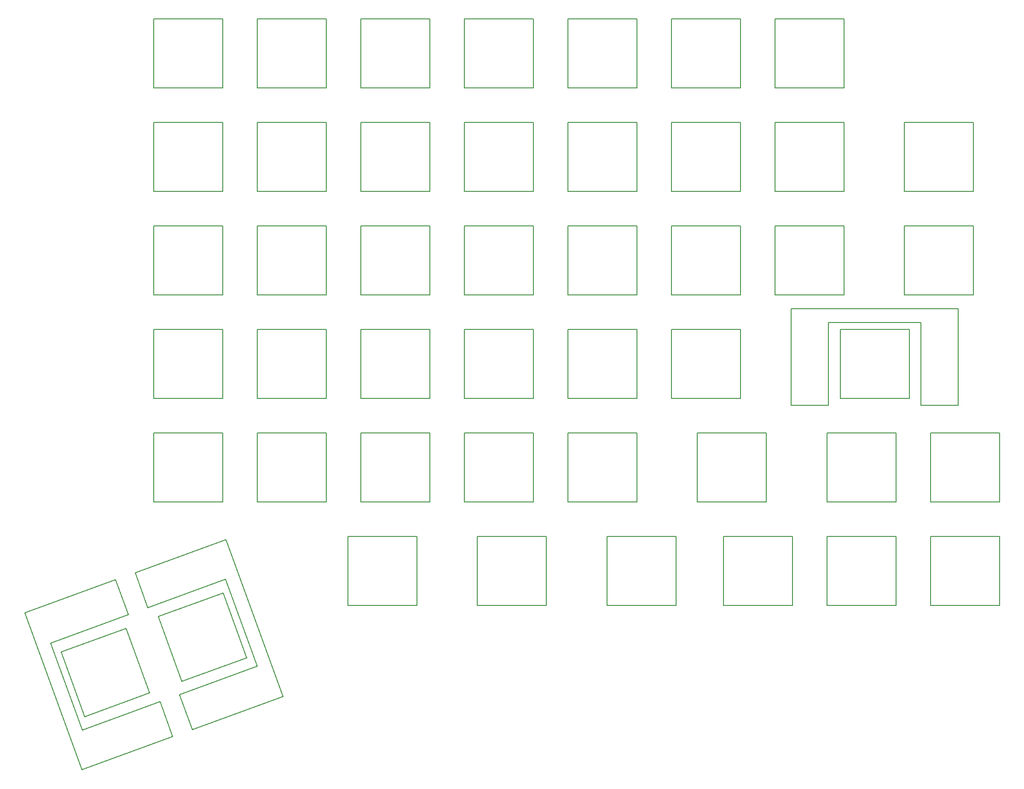
<source format=gbr>
G04 #@! TF.GenerationSoftware,KiCad,Pcbnew,(5.1.6)-1*
G04 #@! TF.CreationDate,2020-11-25T22:12:28-08:00*
G04 #@! TF.ProjectId,ortho_right,6f727468-6f5f-4726-9967-68742e6b6963,rev?*
G04 #@! TF.SameCoordinates,Original*
G04 #@! TF.FileFunction,Other,Comment*
%FSLAX46Y46*%
G04 Gerber Fmt 4.6, Leading zero omitted, Abs format (unit mm)*
G04 Created by KiCad (PCBNEW (5.1.6)-1) date 2020-11-25 22:12:28*
%MOMM*%
%LPD*%
G01*
G04 APERTURE LIST*
%ADD10C,0.152400*%
G04 APERTURE END LIST*
D10*
X349038600Y-70802500D02*
X349038600Y-88582500D01*
X355896600Y-73342500D02*
X372914600Y-73342500D01*
X372914600Y-73342500D02*
X372914600Y-88582500D01*
X355896600Y-88582500D02*
X355896600Y-73342500D01*
X379772600Y-88582500D02*
X379772600Y-70802500D01*
X379772600Y-70802500D02*
X349038600Y-70802500D01*
X349038600Y-88582500D02*
X355896600Y-88582500D01*
X372914600Y-88582500D02*
X379772600Y-88582500D01*
X370755600Y-87312500D02*
X358055600Y-87312500D01*
X358055600Y-87312500D02*
X358055600Y-74612500D01*
X358055600Y-74612500D02*
X370755600Y-74612500D01*
X370755600Y-74612500D02*
X370755600Y-87312500D01*
X248886406Y-134982698D02*
X236952310Y-139326354D01*
X244542750Y-123048602D02*
X248886406Y-134982698D01*
X232608654Y-127392258D02*
X244542750Y-123048602D01*
X236952310Y-139326354D02*
X232608654Y-127392258D01*
X236497322Y-141789516D02*
X238842896Y-148233928D01*
X228331249Y-119353415D02*
X230676823Y-125797827D01*
X255550631Y-142152810D02*
X245038983Y-113272297D01*
X238842896Y-148233928D02*
X255550631Y-142152810D01*
X230676823Y-125797827D02*
X244997738Y-120585440D01*
X250818237Y-136577129D02*
X236497322Y-141789516D01*
X244997738Y-120585440D02*
X250818237Y-136577129D01*
X245038983Y-113272297D02*
X228331249Y-119353415D01*
X214707510Y-133907742D02*
X226641606Y-129564086D01*
X219051166Y-145841838D02*
X214707510Y-133907742D01*
X230985262Y-141498182D02*
X219051166Y-145841838D01*
X226641606Y-129564086D02*
X230985262Y-141498182D01*
X227096594Y-127100924D02*
X224751020Y-120656512D01*
X235262667Y-149537025D02*
X232917093Y-143092613D01*
X208043285Y-126737630D02*
X218554933Y-155618143D01*
X224751020Y-120656512D02*
X208043285Y-126737630D01*
X232917093Y-143092613D02*
X218596178Y-148305000D01*
X212775679Y-132313311D02*
X227096594Y-127100924D01*
X218596178Y-148305000D02*
X212775679Y-132313311D01*
X218554933Y-155618143D02*
X235262667Y-149537025D01*
X387350000Y-93662500D02*
X387350000Y-106362500D01*
X374650000Y-93662500D02*
X387350000Y-93662500D01*
X374650000Y-106362500D02*
X374650000Y-93662500D01*
X387350000Y-106362500D02*
X374650000Y-106362500D01*
X368300000Y-93662500D02*
X368300000Y-106362500D01*
X355600000Y-93662500D02*
X368300000Y-93662500D01*
X355600000Y-106362500D02*
X355600000Y-93662500D01*
X368300000Y-106362500D02*
X355600000Y-106362500D01*
X344488000Y-93662500D02*
X344488000Y-106362500D01*
X331788000Y-93662500D02*
X344488000Y-93662500D01*
X331788000Y-106362500D02*
X331788000Y-93662500D01*
X344488000Y-106362500D02*
X331788000Y-106362500D01*
X358775000Y-17462500D02*
X358775000Y-30162500D01*
X346075000Y-17462500D02*
X358775000Y-17462500D01*
X346075000Y-30162500D02*
X346075000Y-17462500D01*
X358775000Y-30162500D02*
X346075000Y-30162500D01*
X387350000Y-112712500D02*
X387350000Y-125412500D01*
X374650000Y-112712500D02*
X387350000Y-112712500D01*
X374650000Y-125412500D02*
X374650000Y-112712500D01*
X387350000Y-125412500D02*
X374650000Y-125412500D01*
X368300000Y-112712500D02*
X368300000Y-125412500D01*
X355600000Y-112712500D02*
X368300000Y-112712500D01*
X355600000Y-125412500D02*
X355600000Y-112712500D01*
X368300000Y-125412500D02*
X355600000Y-125412500D01*
X349250000Y-112712500D02*
X349250000Y-125412500D01*
X336550000Y-112712500D02*
X349250000Y-112712500D01*
X336550000Y-125412500D02*
X336550000Y-112712500D01*
X349250000Y-125412500D02*
X336550000Y-125412500D01*
X327818500Y-125412500D02*
X315118500Y-125412500D01*
X315118500Y-125412500D02*
X315118500Y-112712500D01*
X315118500Y-112712500D02*
X327818500Y-112712500D01*
X327818500Y-112712500D02*
X327818500Y-125412500D01*
X244475000Y-93662500D02*
X244475000Y-106362500D01*
X231775000Y-93662500D02*
X244475000Y-93662500D01*
X231775000Y-106362500D02*
X231775000Y-93662500D01*
X244475000Y-106362500D02*
X231775000Y-106362500D01*
X244475000Y-74612500D02*
X244475000Y-87312500D01*
X231775000Y-74612500D02*
X244475000Y-74612500D01*
X231775000Y-87312500D02*
X231775000Y-74612500D01*
X244475000Y-87312500D02*
X231775000Y-87312500D01*
X382588000Y-55562500D02*
X382588000Y-68262500D01*
X369888000Y-55562500D02*
X382588000Y-55562500D01*
X369888000Y-68262500D02*
X369888000Y-55562500D01*
X382588000Y-68262500D02*
X369888000Y-68262500D01*
X244475000Y-55562500D02*
X244475000Y-68262500D01*
X231775000Y-55562500D02*
X244475000Y-55562500D01*
X231775000Y-68262500D02*
X231775000Y-55562500D01*
X244475000Y-68262500D02*
X231775000Y-68262500D01*
X382588000Y-36512500D02*
X382588000Y-49212500D01*
X369888000Y-36512500D02*
X382588000Y-36512500D01*
X369888000Y-49212500D02*
X369888000Y-36512500D01*
X382588000Y-49212500D02*
X369888000Y-49212500D01*
X244475000Y-36512500D02*
X244475000Y-49212500D01*
X231775000Y-36512500D02*
X244475000Y-36512500D01*
X231775000Y-49212500D02*
X231775000Y-36512500D01*
X244475000Y-49212500D02*
X231775000Y-49212500D01*
X244475000Y-17462500D02*
X244475000Y-30162500D01*
X231775000Y-17462500D02*
X244475000Y-17462500D01*
X231775000Y-30162500D02*
X231775000Y-17462500D01*
X244475000Y-30162500D02*
X231775000Y-30162500D01*
X304006000Y-125412500D02*
X291306000Y-125412500D01*
X291306000Y-125412500D02*
X291306000Y-112712500D01*
X291306000Y-112712500D02*
X304006000Y-112712500D01*
X304006000Y-112712500D02*
X304006000Y-125412500D01*
X280193500Y-125412500D02*
X267493500Y-125412500D01*
X267493500Y-125412500D02*
X267493500Y-112712500D01*
X267493500Y-112712500D02*
X280193500Y-112712500D01*
X280193500Y-112712500D02*
X280193500Y-125412500D01*
X320675000Y-93662500D02*
X320675000Y-106362500D01*
X307975000Y-93662500D02*
X320675000Y-93662500D01*
X307975000Y-106362500D02*
X307975000Y-93662500D01*
X320675000Y-106362500D02*
X307975000Y-106362500D01*
X301625000Y-93662500D02*
X301625000Y-106362500D01*
X288925000Y-93662500D02*
X301625000Y-93662500D01*
X288925000Y-106362500D02*
X288925000Y-93662500D01*
X301625000Y-106362500D02*
X288925000Y-106362500D01*
X282575000Y-93662500D02*
X282575000Y-106362500D01*
X269875000Y-93662500D02*
X282575000Y-93662500D01*
X269875000Y-106362500D02*
X269875000Y-93662500D01*
X282575000Y-106362500D02*
X269875000Y-106362500D01*
X263525000Y-93662500D02*
X263525000Y-106362500D01*
X250825000Y-93662500D02*
X263525000Y-93662500D01*
X250825000Y-106362500D02*
X250825000Y-93662500D01*
X263525000Y-106362500D02*
X250825000Y-106362500D01*
X339725000Y-74612500D02*
X339725000Y-87312500D01*
X327025000Y-74612500D02*
X339725000Y-74612500D01*
X327025000Y-87312500D02*
X327025000Y-74612500D01*
X339725000Y-87312500D02*
X327025000Y-87312500D01*
X320675000Y-74612500D02*
X320675000Y-87312500D01*
X307975000Y-74612500D02*
X320675000Y-74612500D01*
X307975000Y-87312500D02*
X307975000Y-74612500D01*
X320675000Y-87312500D02*
X307975000Y-87312500D01*
X301625000Y-74612500D02*
X301625000Y-87312500D01*
X288925000Y-74612500D02*
X301625000Y-74612500D01*
X288925000Y-87312500D02*
X288925000Y-74612500D01*
X301625000Y-87312500D02*
X288925000Y-87312500D01*
X282575000Y-74612500D02*
X282575000Y-87312500D01*
X269875000Y-74612500D02*
X282575000Y-74612500D01*
X269875000Y-87312500D02*
X269875000Y-74612500D01*
X282575000Y-87312500D02*
X269875000Y-87312500D01*
X263525000Y-74612500D02*
X263525000Y-87312500D01*
X250825000Y-74612500D02*
X263525000Y-74612500D01*
X250825000Y-87312500D02*
X250825000Y-74612500D01*
X263525000Y-87312500D02*
X250825000Y-87312500D01*
X358775000Y-55562500D02*
X358775000Y-68262500D01*
X346075000Y-55562500D02*
X358775000Y-55562500D01*
X346075000Y-68262500D02*
X346075000Y-55562500D01*
X358775000Y-68262500D02*
X346075000Y-68262500D01*
X339725000Y-55562500D02*
X339725000Y-68262500D01*
X327025000Y-55562500D02*
X339725000Y-55562500D01*
X327025000Y-68262500D02*
X327025000Y-55562500D01*
X339725000Y-68262500D02*
X327025000Y-68262500D01*
X320675000Y-55562500D02*
X320675000Y-68262500D01*
X307975000Y-55562500D02*
X320675000Y-55562500D01*
X307975000Y-68262500D02*
X307975000Y-55562500D01*
X320675000Y-68262500D02*
X307975000Y-68262500D01*
X301625000Y-55562500D02*
X301625000Y-68262500D01*
X288925000Y-55562500D02*
X301625000Y-55562500D01*
X288925000Y-68262500D02*
X288925000Y-55562500D01*
X301625000Y-68262500D02*
X288925000Y-68262500D01*
X282575000Y-55562500D02*
X282575000Y-68262500D01*
X269875000Y-55562500D02*
X282575000Y-55562500D01*
X269875000Y-68262500D02*
X269875000Y-55562500D01*
X282575000Y-68262500D02*
X269875000Y-68262500D01*
X263525000Y-55562500D02*
X263525000Y-68262500D01*
X250825000Y-55562500D02*
X263525000Y-55562500D01*
X250825000Y-68262500D02*
X250825000Y-55562500D01*
X263525000Y-68262500D02*
X250825000Y-68262500D01*
X358775000Y-36512500D02*
X358775000Y-49212500D01*
X346075000Y-36512500D02*
X358775000Y-36512500D01*
X346075000Y-49212500D02*
X346075000Y-36512500D01*
X358775000Y-49212500D02*
X346075000Y-49212500D01*
X339725000Y-36512500D02*
X339725000Y-49212500D01*
X327025000Y-36512500D02*
X339725000Y-36512500D01*
X327025000Y-49212500D02*
X327025000Y-36512500D01*
X339725000Y-49212500D02*
X327025000Y-49212500D01*
X320675000Y-36512500D02*
X320675000Y-49212500D01*
X307975000Y-36512500D02*
X320675000Y-36512500D01*
X307975000Y-49212500D02*
X307975000Y-36512500D01*
X320675000Y-49212500D02*
X307975000Y-49212500D01*
X301625000Y-36512500D02*
X301625000Y-49212500D01*
X288925000Y-36512500D02*
X301625000Y-36512500D01*
X288925000Y-49212500D02*
X288925000Y-36512500D01*
X301625000Y-49212500D02*
X288925000Y-49212500D01*
X282575000Y-36512500D02*
X282575000Y-49212500D01*
X269875000Y-36512500D02*
X282575000Y-36512500D01*
X269875000Y-49212500D02*
X269875000Y-36512500D01*
X282575000Y-49212500D02*
X269875000Y-49212500D01*
X263525000Y-36512500D02*
X263525000Y-49212500D01*
X250825000Y-36512500D02*
X263525000Y-36512500D01*
X250825000Y-49212500D02*
X250825000Y-36512500D01*
X263525000Y-49212500D02*
X250825000Y-49212500D01*
X339725000Y-17462500D02*
X339725000Y-30162500D01*
X327025000Y-17462500D02*
X339725000Y-17462500D01*
X327025000Y-30162500D02*
X327025000Y-17462500D01*
X339725000Y-30162500D02*
X327025000Y-30162500D01*
X320675000Y-17462500D02*
X320675000Y-30162500D01*
X307975000Y-17462500D02*
X320675000Y-17462500D01*
X307975000Y-30162500D02*
X307975000Y-17462500D01*
X320675000Y-30162500D02*
X307975000Y-30162500D01*
X301625000Y-17462500D02*
X301625000Y-30162500D01*
X288925000Y-17462500D02*
X301625000Y-17462500D01*
X288925000Y-30162500D02*
X288925000Y-17462500D01*
X301625000Y-30162500D02*
X288925000Y-30162500D01*
X282575000Y-17462500D02*
X282575000Y-30162500D01*
X269875000Y-17462500D02*
X282575000Y-17462500D01*
X269875000Y-30162500D02*
X269875000Y-17462500D01*
X282575000Y-30162500D02*
X269875000Y-30162500D01*
X263525000Y-17462500D02*
X263525000Y-30162500D01*
X250825000Y-17462500D02*
X263525000Y-17462500D01*
X250825000Y-30162500D02*
X250825000Y-17462500D01*
X263525000Y-30162500D02*
X250825000Y-30162500D01*
M02*

</source>
